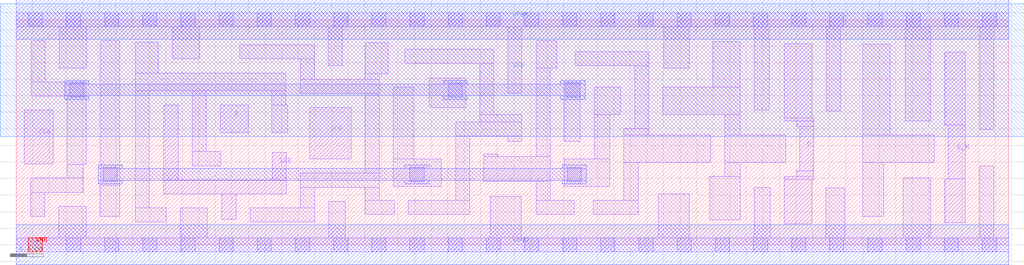
<source format=lef>
# Copyright 2020 The SkyWater PDK Authors
#
# Licensed under the Apache License, Version 2.0 (the "License");
# you may not use this file except in compliance with the License.
# You may obtain a copy of the License at
#
#     https://www.apache.org/licenses/LICENSE-2.0
#
# Unless required by applicable law or agreed to in writing, software
# distributed under the License is distributed on an "AS IS" BASIS,
# WITHOUT WARRANTIES OR CONDITIONS OF ANY KIND, either express or implied.
# See the License for the specific language governing permissions and
# limitations under the License.
#
# SPDX-License-Identifier: Apache-2.0

VERSION 5.7 ;
  NOWIREEXTENSIONATPIN ON ;
  DIVIDERCHAR "/" ;
  BUSBITCHARS "[]" ;
MACRO sky130_fd_sc_hd__sdfxbp_2
  CLASS CORE ;
  FOREIGN sky130_fd_sc_hd__sdfxbp_2 ;
  ORIGIN  0.000000  0.000000 ;
  SIZE  11.96000 BY  2.720000 ;
  SYMMETRY X Y R90 ;
  SITE unithd ;
  PIN D
    ANTENNAGATEAREA  0.159000 ;
    DIRECTION INPUT ;
    USE SIGNAL ;
    PORT
      LAYER li1 ;
        RECT 2.460000 1.355000 2.795000 1.685000 ;
    END
  END D
  PIN Q
    ANTENNADIFFAREA  0.445500 ;
    DIRECTION OUTPUT ;
    USE SIGNAL ;
    PORT
      LAYER li1 ;
        RECT 9.255000 0.255000 9.585000 0.790000 ;
        RECT 9.255000 0.790000 9.615000 0.825000 ;
        RECT 9.255000 1.495000 9.615000 1.530000 ;
        RECT 9.255000 1.530000 9.585000 2.430000 ;
        RECT 9.410000 0.825000 9.615000 0.890000 ;
        RECT 9.410000 1.430000 9.615000 1.495000 ;
        RECT 9.445000 0.890000 9.615000 1.430000 ;
    END
  END Q
  PIN Q_N
    ANTENNADIFFAREA  0.445500 ;
    DIRECTION OUTPUT ;
    USE SIGNAL ;
    PORT
      LAYER li1 ;
        RECT 11.190000 0.265000 11.440000 0.795000 ;
        RECT 11.190000 1.445000 11.440000 2.325000 ;
        RECT 11.235000 0.795000 11.440000 1.445000 ;
    END
  END Q_N
  PIN SCD
    ANTENNAGATEAREA  0.159000 ;
    DIRECTION INPUT ;
    USE SIGNAL ;
    PORT
      LAYER li1 ;
        RECT 3.535000 1.035000 4.035000 1.655000 ;
    END
  END SCD
  PIN SCE
    ANTENNAGATEAREA  0.318000 ;
    DIRECTION INPUT ;
    USE SIGNAL ;
    PORT
      LAYER li1 ;
        RECT 1.780000 0.615000 3.255000 0.785000 ;
        RECT 1.780000 0.785000 1.950000 1.685000 ;
        RECT 2.475000 0.305000 2.650000 0.615000 ;
        RECT 3.085000 0.785000 3.255000 1.115000 ;
    END
  END SCE
  PIN VNB
    PORT
      LAYER pwell ;
        RECT 0.145000 -0.085000 0.315000 0.085000 ;
    END
  END VNB
  PIN VPB
    PORT
      LAYER nwell ;
        RECT -0.190000 1.305000 12.150000 2.910000 ;
    END
  END VPB
  PIN CLK
    ANTENNAGATEAREA  0.159000 ;
    DIRECTION INPUT ;
    USE CLOCK ;
    PORT
      LAYER li1 ;
        RECT 0.095000 0.975000 0.445000 1.625000 ;
    END
  END CLK
  PIN VGND
    DIRECTION INOUT ;
    SHAPE ABUTMENT ;
    USE GROUND ;
    PORT
      LAYER met1 ;
        RECT 0.000000 -0.240000 11.960000 0.240000 ;
    END
  END VGND
  PIN VPWR
    DIRECTION INOUT ;
    SHAPE ABUTMENT ;
    USE POWER ;
    PORT
      LAYER met1 ;
        RECT 0.000000 2.480000 11.960000 2.960000 ;
    END
  END VPWR
  OBS
    LAYER li1 ;
      RECT  0.000000 -0.085000 11.960000 0.085000 ;
      RECT  0.000000  2.635000 11.960000 2.805000 ;
      RECT  0.175000  0.345000  0.345000 0.635000 ;
      RECT  0.175000  0.635000  0.810000 0.805000 ;
      RECT  0.180000  1.795000  0.845000 1.965000 ;
      RECT  0.180000  1.965000  0.350000 2.465000 ;
      RECT  0.515000  0.085000  0.845000 0.465000 ;
      RECT  0.520000  2.135000  0.850000 2.635000 ;
      RECT  0.615000  0.805000  0.810000 0.970000 ;
      RECT  0.615000  0.970000  0.845000 1.795000 ;
      RECT  1.015000  0.345000  1.245000 0.715000 ;
      RECT  1.020000  0.715000  1.245000 2.465000 ;
      RECT  1.435000  0.275000  1.805000 0.445000 ;
      RECT  1.435000  0.445000  1.605000 1.860000 ;
      RECT  1.435000  1.860000  3.250000 2.075000 ;
      RECT  1.435000  2.075000  1.710000 2.445000 ;
      RECT  1.880000  2.245000  2.210000 2.635000 ;
      RECT  1.975000  0.085000  2.305000 0.445000 ;
      RECT  2.120000  0.955000  2.465000 1.125000 ;
      RECT  2.120000  1.125000  2.290000 1.860000 ;
      RECT  2.695000  2.245000  3.590000 2.415000 ;
      RECT  2.820000  0.275000  3.595000 0.445000 ;
      RECT  3.080000  1.355000  3.275000 1.685000 ;
      RECT  3.080000  1.685000  3.250000 1.860000 ;
      RECT  3.420000  1.825000  4.375000 1.995000 ;
      RECT  3.420000  1.995000  3.590000 2.245000 ;
      RECT  3.425000  0.445000  3.595000 0.695000 ;
      RECT  3.425000  0.695000  4.375000 0.865000 ;
      RECT  3.760000  2.165000  3.930000 2.635000 ;
      RECT  3.765000  0.085000  3.965000 0.525000 ;
      RECT  4.205000  0.365000  4.555000 0.535000 ;
      RECT  4.205000  0.535000  4.375000 0.695000 ;
      RECT  4.205000  0.865000  4.375000 1.825000 ;
      RECT  4.205000  1.995000  4.375000 2.065000 ;
      RECT  4.205000  2.065000  4.485000 2.440000 ;
      RECT  4.545000  0.705000  5.125000 1.035000 ;
      RECT  4.545000  1.035000  4.785000 1.905000 ;
      RECT  4.685000  2.190000  5.755000 2.360000 ;
      RECT  4.725000  0.365000  5.465000 0.535000 ;
      RECT  4.975000  1.655000  5.415000 2.010000 ;
      RECT  5.295000  0.535000  5.465000 1.315000 ;
      RECT  5.295000  1.315000  6.095000 1.485000 ;
      RECT  5.585000  1.485000  6.095000 1.575000 ;
      RECT  5.585000  1.575000  5.755000 2.190000 ;
      RECT  5.635000  0.765000  6.435000 1.065000 ;
      RECT  5.635000  1.065000  5.805000 1.095000 ;
      RECT  5.715000  0.085000  6.085000 0.585000 ;
      RECT  5.925000  1.245000  6.095000 1.315000 ;
      RECT  5.925000  1.835000  6.095000 2.635000 ;
      RECT  6.265000  0.365000  6.725000 0.535000 ;
      RECT  6.265000  0.535000  6.435000 0.765000 ;
      RECT  6.265000  1.065000  6.435000 2.135000 ;
      RECT  6.265000  2.135000  6.515000 2.465000 ;
      RECT  6.605000  0.705000  7.155000 1.035000 ;
      RECT  6.605000  1.245000  6.795000 1.965000 ;
      RECT  6.740000  2.165000  7.625000 2.335000 ;
      RECT  6.955000  0.365000  7.495000 0.535000 ;
      RECT  6.965000  1.035000  7.155000 1.575000 ;
      RECT  6.965000  1.575000  7.285000 1.905000 ;
      RECT  7.325000  0.535000  7.495000 0.995000 ;
      RECT  7.325000  0.995000  8.370000 1.325000 ;
      RECT  7.325000  1.325000  7.625000 1.405000 ;
      RECT  7.455000  1.405000  7.625000 2.165000 ;
      RECT  7.740000  0.085000  8.110000 0.615000 ;
      RECT  7.795000  1.575000  8.725000 1.905000 ;
      RECT  7.805000  2.135000  8.110000 2.635000 ;
      RECT  8.360000  0.300000  8.725000 0.825000 ;
      RECT  8.395000  1.905000  8.725000 2.455000 ;
      RECT  8.540000  0.825000  8.725000 0.995000 ;
      RECT  8.540000  0.995000  9.275000 1.325000 ;
      RECT  8.540000  1.325000  8.725000 1.575000 ;
      RECT  8.895000  0.085000  9.085000 0.695000 ;
      RECT  8.895000  1.625000  9.075000 2.635000 ;
      RECT  9.755000  0.085000  9.985000 0.690000 ;
      RECT  9.765000  1.615000  9.935000 2.635000 ;
      RECT 10.205000  0.345000 10.455000 0.995000 ;
      RECT 10.205000  0.995000 11.065000 1.325000 ;
      RECT 10.205000  1.325000 10.535000 2.425000 ;
      RECT 10.690000  0.085000 11.020000 0.805000 ;
      RECT 10.715000  1.495000 11.020000 2.635000 ;
      RECT 11.610000  0.085000 11.780000 0.955000 ;
      RECT 11.610000  1.395000 11.780000 2.635000 ;
    LAYER mcon ;
      RECT  0.145000 -0.085000  0.315000 0.085000 ;
      RECT  0.145000  2.635000  0.315000 2.805000 ;
      RECT  0.605000 -0.085000  0.775000 0.085000 ;
      RECT  0.605000  2.635000  0.775000 2.805000 ;
      RECT  0.645000  1.785000  0.815000 1.955000 ;
      RECT  1.050000  0.765000  1.220000 0.935000 ;
      RECT  1.065000 -0.085000  1.235000 0.085000 ;
      RECT  1.065000  2.635000  1.235000 2.805000 ;
      RECT  1.525000 -0.085000  1.695000 0.085000 ;
      RECT  1.525000  2.635000  1.695000 2.805000 ;
      RECT  1.985000 -0.085000  2.155000 0.085000 ;
      RECT  1.985000  2.635000  2.155000 2.805000 ;
      RECT  2.445000 -0.085000  2.615000 0.085000 ;
      RECT  2.445000  2.635000  2.615000 2.805000 ;
      RECT  2.905000 -0.085000  3.075000 0.085000 ;
      RECT  2.905000  2.635000  3.075000 2.805000 ;
      RECT  3.365000 -0.085000  3.535000 0.085000 ;
      RECT  3.365000  2.635000  3.535000 2.805000 ;
      RECT  3.825000 -0.085000  3.995000 0.085000 ;
      RECT  3.825000  2.635000  3.995000 2.805000 ;
      RECT  4.285000 -0.085000  4.455000 0.085000 ;
      RECT  4.285000  2.635000  4.455000 2.805000 ;
      RECT  4.745000 -0.085000  4.915000 0.085000 ;
      RECT  4.745000  0.765000  4.915000 0.935000 ;
      RECT  4.745000  2.635000  4.915000 2.805000 ;
      RECT  5.205000 -0.085000  5.375000 0.085000 ;
      RECT  5.205000  1.785000  5.375000 1.955000 ;
      RECT  5.205000  2.635000  5.375000 2.805000 ;
      RECT  5.665000 -0.085000  5.835000 0.085000 ;
      RECT  5.665000  2.635000  5.835000 2.805000 ;
      RECT  6.125000 -0.085000  6.295000 0.085000 ;
      RECT  6.125000  2.635000  6.295000 2.805000 ;
      RECT  6.585000 -0.085000  6.755000 0.085000 ;
      RECT  6.585000  2.635000  6.755000 2.805000 ;
      RECT  6.625000  1.785000  6.795000 1.955000 ;
      RECT  6.640000  0.765000  6.810000 0.935000 ;
      RECT  7.045000 -0.085000  7.215000 0.085000 ;
      RECT  7.045000  2.635000  7.215000 2.805000 ;
      RECT  7.505000 -0.085000  7.675000 0.085000 ;
      RECT  7.505000  2.635000  7.675000 2.805000 ;
      RECT  7.965000 -0.085000  8.135000 0.085000 ;
      RECT  7.965000  2.635000  8.135000 2.805000 ;
      RECT  8.425000 -0.085000  8.595000 0.085000 ;
      RECT  8.425000  2.635000  8.595000 2.805000 ;
      RECT  8.885000 -0.085000  9.055000 0.085000 ;
      RECT  8.885000  2.635000  9.055000 2.805000 ;
      RECT  9.345000 -0.085000  9.515000 0.085000 ;
      RECT  9.345000  2.635000  9.515000 2.805000 ;
      RECT  9.805000 -0.085000  9.975000 0.085000 ;
      RECT  9.805000  2.635000  9.975000 2.805000 ;
      RECT 10.265000 -0.085000 10.435000 0.085000 ;
      RECT 10.265000  2.635000 10.435000 2.805000 ;
      RECT 10.725000 -0.085000 10.895000 0.085000 ;
      RECT 10.725000  2.635000 10.895000 2.805000 ;
      RECT 11.185000 -0.085000 11.355000 0.085000 ;
      RECT 11.185000  2.635000 11.355000 2.805000 ;
      RECT 11.645000 -0.085000 11.815000 0.085000 ;
      RECT 11.645000  2.635000 11.815000 2.805000 ;
    LAYER met1 ;
      RECT 0.585000 1.755000 0.875000 1.800000 ;
      RECT 0.585000 1.800000 6.855000 1.940000 ;
      RECT 0.585000 1.940000 0.875000 1.985000 ;
      RECT 0.990000 0.735000 1.280000 0.780000 ;
      RECT 0.990000 0.780000 6.870000 0.920000 ;
      RECT 0.990000 0.920000 1.280000 0.965000 ;
      RECT 4.685000 0.735000 4.975000 0.780000 ;
      RECT 4.685000 0.920000 4.975000 0.965000 ;
      RECT 5.145000 1.755000 5.435000 1.800000 ;
      RECT 5.145000 1.940000 5.435000 1.985000 ;
      RECT 6.565000 1.755000 6.855000 1.800000 ;
      RECT 6.565000 1.940000 6.855000 1.985000 ;
      RECT 6.580000 0.735000 6.870000 0.780000 ;
      RECT 6.580000 0.920000 6.870000 0.965000 ;
  END
END sky130_fd_sc_hd__sdfxbp_2
END LIBRARY

</source>
